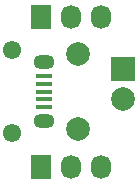
<source format=gbr>
G04 #@! TF.FileFunction,Soldermask,Top*
%FSLAX46Y46*%
G04 Gerber Fmt 4.6, Leading zero omitted, Abs format (unit mm)*
G04 Created by KiCad (PCBNEW (2015-08-15 BZR 6092)-product) date 3/24/2016 2:34:01 PM*
%MOMM*%
G01*
G04 APERTURE LIST*
%ADD10C,0.100000*%
%ADD11R,2.000000X2.000000*%
%ADD12C,2.000000*%
%ADD13O,1.727200X2.032000*%
%ADD14R,1.727200X2.032000*%
%ADD15C,1.998980*%
%ADD16R,1.350000X0.400000*%
%ADD17O,1.778000X1.250000*%
%ADD18C,1.550000*%
G04 APERTURE END LIST*
D10*
D11*
X144145000Y-94615000D03*
D12*
X144145000Y-97155000D03*
D13*
X142240000Y-102870000D03*
X139700000Y-102870000D03*
D14*
X137160000Y-102870000D03*
X137160000Y-90170000D03*
D13*
X139700000Y-90170000D03*
X142240000Y-90170000D03*
D15*
X140335000Y-93345000D03*
X140335000Y-99695000D03*
D16*
X137452540Y-95219100D03*
X137452540Y-95869100D03*
X137452540Y-96519100D03*
X137452540Y-97169100D03*
X137452540Y-97819100D03*
D17*
X137452540Y-94019100D03*
X137452540Y-99019100D03*
D18*
X134752540Y-93019100D03*
X134752540Y-100019100D03*
M02*

</source>
